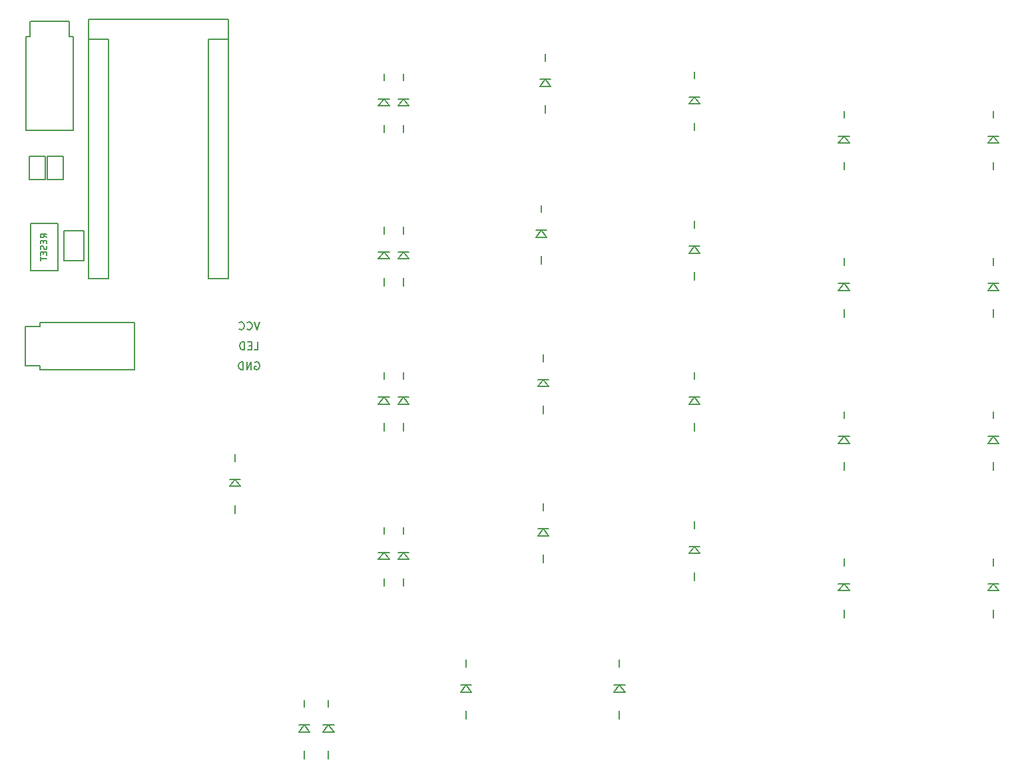
<source format=gbo>
G04 #@! TF.GenerationSoftware,KiCad,Pcbnew,(5.0.0-3-g5ebb6b6)*
G04 #@! TF.CreationDate,2018-08-17T18:08:10+09:00*
G04 #@! TF.ProjectId,Lily58,4C696C7935382E6B696361645F706362,rev?*
G04 #@! TF.SameCoordinates,Original*
G04 #@! TF.FileFunction,Legend,Bot*
G04 #@! TF.FilePolarity,Positive*
%FSLAX46Y46*%
G04 Gerber Fmt 4.6, Leading zero omitted, Abs format (unit mm)*
G04 Created by KiCad (PCBNEW (5.0.0-3-g5ebb6b6)) date *
%MOMM*%
%LPD*%
G01*
G04 APERTURE LIST*
%ADD10C,0.150000*%
G04 APERTURE END LIST*
D10*
G04 #@! TO.C,J2*
X85000000Y-81750000D02*
X85000000Y-81250000D01*
X85000000Y-75750000D02*
X97000000Y-75750000D01*
X97000000Y-75750000D02*
X97000000Y-81750000D01*
X97000000Y-81750000D02*
X85000000Y-81750000D01*
X85000000Y-81250000D02*
X83100000Y-81250000D01*
X83100000Y-81200000D02*
X83100000Y-76250000D01*
X85000000Y-75750000D02*
X85000000Y-76250000D01*
X85000000Y-76250000D02*
X83100000Y-76250000D01*
X88750000Y-39300000D02*
X88750000Y-37400000D01*
X89250000Y-39300000D02*
X88750000Y-39300000D01*
X83800000Y-37400000D02*
X88750000Y-37400000D01*
X83750000Y-39300000D02*
X83750000Y-37400000D01*
X83250000Y-51300000D02*
X83250000Y-39300000D01*
X89250000Y-51300000D02*
X83250000Y-51300000D01*
X89250000Y-39300000D02*
X89250000Y-51300000D01*
X83250000Y-39300000D02*
X83750000Y-39300000D01*
G04 #@! TO.C,U1*
X91210000Y-37120000D02*
X108990000Y-37120000D01*
X108990000Y-37120000D02*
X108990000Y-70140000D01*
X91210000Y-70140000D02*
X91210000Y-37120000D01*
X106450000Y-39660000D02*
X108990000Y-39660000D01*
X108990000Y-39660000D02*
X108990000Y-70140000D01*
X108990000Y-70140000D02*
X106450000Y-70140000D01*
X106450000Y-70140000D02*
X106450000Y-39660000D01*
X91210000Y-39660000D02*
X93750000Y-39660000D01*
X93750000Y-39660000D02*
X93750000Y-70140000D01*
X93750000Y-70140000D02*
X91210000Y-70140000D01*
X91210000Y-70140000D02*
X91210000Y-39660000D01*
G04 #@! TO.C,R1*
X85688035Y-54539272D02*
X85688035Y-57539272D01*
X85688035Y-57539272D02*
X83688035Y-57539272D01*
X83688035Y-57539272D02*
X83688035Y-54539272D01*
X83688035Y-54539272D02*
X85688035Y-54539272D01*
G04 #@! TO.C,D1*
X128750000Y-50550000D02*
X128750000Y-51550000D01*
X128750000Y-44950000D02*
X128750000Y-44050000D01*
X128750000Y-47250000D02*
X129450000Y-48150000D01*
X129450000Y-48150000D02*
X128050000Y-48150000D01*
X128050000Y-48150000D02*
X128750000Y-47250000D01*
X129450000Y-47250000D02*
X128050000Y-47250000D01*
G04 #@! TO.C,D2*
X131950000Y-47250000D02*
X130550000Y-47250000D01*
X130550000Y-48150000D02*
X131250000Y-47250000D01*
X131950000Y-48150000D02*
X130550000Y-48150000D01*
X131250000Y-47250000D02*
X131950000Y-48150000D01*
X131250000Y-44950000D02*
X131250000Y-44050000D01*
X131250000Y-50550000D02*
X131250000Y-51550000D01*
G04 #@! TO.C,D3*
X149250000Y-48050000D02*
X149250000Y-49050000D01*
X149250000Y-42450000D02*
X149250000Y-41550000D01*
X149250000Y-44750000D02*
X149950000Y-45650000D01*
X149950000Y-45650000D02*
X148550000Y-45650000D01*
X148550000Y-45650000D02*
X149250000Y-44750000D01*
X149950000Y-44750000D02*
X148550000Y-44750000D01*
G04 #@! TO.C,D4*
X168950000Y-47000000D02*
X167550000Y-47000000D01*
X167550000Y-47900000D02*
X168250000Y-47000000D01*
X168950000Y-47900000D02*
X167550000Y-47900000D01*
X168250000Y-47000000D02*
X168950000Y-47900000D01*
X168250000Y-44700000D02*
X168250000Y-43800000D01*
X168250000Y-50300000D02*
X168250000Y-51300000D01*
G04 #@! TO.C,D5*
X187250000Y-55300000D02*
X187250000Y-56300000D01*
X187250000Y-49700000D02*
X187250000Y-48800000D01*
X187250000Y-52000000D02*
X187950000Y-52900000D01*
X187950000Y-52900000D02*
X186550000Y-52900000D01*
X186550000Y-52900000D02*
X187250000Y-52000000D01*
X187950000Y-52000000D02*
X186550000Y-52000000D01*
G04 #@! TO.C,D6*
X206950000Y-52000000D02*
X205550000Y-52000000D01*
X205550000Y-52900000D02*
X206250000Y-52000000D01*
X206950000Y-52900000D02*
X205550000Y-52900000D01*
X206250000Y-52000000D02*
X206950000Y-52900000D01*
X206250000Y-49700000D02*
X206250000Y-48800000D01*
X206250000Y-55300000D02*
X206250000Y-56300000D01*
G04 #@! TO.C,D7*
X129450000Y-66750000D02*
X128050000Y-66750000D01*
X128050000Y-67650000D02*
X128750000Y-66750000D01*
X129450000Y-67650000D02*
X128050000Y-67650000D01*
X128750000Y-66750000D02*
X129450000Y-67650000D01*
X128750000Y-64450000D02*
X128750000Y-63550000D01*
X128750000Y-70050000D02*
X128750000Y-71050000D01*
G04 #@! TO.C,D8*
X131250000Y-70050000D02*
X131250000Y-71050000D01*
X131250000Y-64450000D02*
X131250000Y-63550000D01*
X131250000Y-66750000D02*
X131950000Y-67650000D01*
X131950000Y-67650000D02*
X130550000Y-67650000D01*
X130550000Y-67650000D02*
X131250000Y-66750000D01*
X131950000Y-66750000D02*
X130550000Y-66750000D01*
G04 #@! TO.C,D9*
X149450000Y-64000000D02*
X148050000Y-64000000D01*
X148050000Y-64900000D02*
X148750000Y-64000000D01*
X149450000Y-64900000D02*
X148050000Y-64900000D01*
X148750000Y-64000000D02*
X149450000Y-64900000D01*
X148750000Y-61700000D02*
X148750000Y-60800000D01*
X148750000Y-67300000D02*
X148750000Y-68300000D01*
G04 #@! TO.C,D10*
X168250000Y-69300000D02*
X168250000Y-70300000D01*
X168250000Y-63700000D02*
X168250000Y-62800000D01*
X168250000Y-66000000D02*
X168950000Y-66900000D01*
X168950000Y-66900000D02*
X167550000Y-66900000D01*
X167550000Y-66900000D02*
X168250000Y-66000000D01*
X168950000Y-66000000D02*
X167550000Y-66000000D01*
G04 #@! TO.C,D11*
X187950000Y-70750000D02*
X186550000Y-70750000D01*
X186550000Y-71650000D02*
X187250000Y-70750000D01*
X187950000Y-71650000D02*
X186550000Y-71650000D01*
X187250000Y-70750000D02*
X187950000Y-71650000D01*
X187250000Y-68450000D02*
X187250000Y-67550000D01*
X187250000Y-74050000D02*
X187250000Y-75050000D01*
G04 #@! TO.C,D12*
X206950000Y-70750000D02*
X205550000Y-70750000D01*
X205550000Y-71650000D02*
X206250000Y-70750000D01*
X206950000Y-71650000D02*
X205550000Y-71650000D01*
X206250000Y-70750000D02*
X206950000Y-71650000D01*
X206250000Y-68450000D02*
X206250000Y-67550000D01*
X206250000Y-74050000D02*
X206250000Y-75050000D01*
G04 #@! TO.C,D13*
X128750000Y-88550000D02*
X128750000Y-89550000D01*
X128750000Y-82950000D02*
X128750000Y-82050000D01*
X128750000Y-85250000D02*
X129450000Y-86150000D01*
X129450000Y-86150000D02*
X128050000Y-86150000D01*
X128050000Y-86150000D02*
X128750000Y-85250000D01*
X129450000Y-85250000D02*
X128050000Y-85250000D01*
G04 #@! TO.C,D14*
X131950000Y-85250000D02*
X130550000Y-85250000D01*
X130550000Y-86150000D02*
X131250000Y-85250000D01*
X131950000Y-86150000D02*
X130550000Y-86150000D01*
X131250000Y-85250000D02*
X131950000Y-86150000D01*
X131250000Y-82950000D02*
X131250000Y-82050000D01*
X131250000Y-88550000D02*
X131250000Y-89550000D01*
G04 #@! TO.C,D15*
X149000000Y-86300000D02*
X149000000Y-87300000D01*
X149000000Y-80700000D02*
X149000000Y-79800000D01*
X149000000Y-83000000D02*
X149700000Y-83900000D01*
X149700000Y-83900000D02*
X148300000Y-83900000D01*
X148300000Y-83900000D02*
X149000000Y-83000000D01*
X149700000Y-83000000D02*
X148300000Y-83000000D01*
G04 #@! TO.C,D16*
X168950000Y-85250000D02*
X167550000Y-85250000D01*
X167550000Y-86150000D02*
X168250000Y-85250000D01*
X168950000Y-86150000D02*
X167550000Y-86150000D01*
X168250000Y-85250000D02*
X168950000Y-86150000D01*
X168250000Y-82950000D02*
X168250000Y-82050000D01*
X168250000Y-88550000D02*
X168250000Y-89550000D01*
G04 #@! TO.C,D17*
X187250000Y-93550000D02*
X187250000Y-94550000D01*
X187250000Y-87950000D02*
X187250000Y-87050000D01*
X187250000Y-90250000D02*
X187950000Y-91150000D01*
X187950000Y-91150000D02*
X186550000Y-91150000D01*
X186550000Y-91150000D02*
X187250000Y-90250000D01*
X187950000Y-90250000D02*
X186550000Y-90250000D01*
G04 #@! TO.C,D18*
X206950000Y-90250000D02*
X205550000Y-90250000D01*
X205550000Y-91150000D02*
X206250000Y-90250000D01*
X206950000Y-91150000D02*
X205550000Y-91150000D01*
X206250000Y-90250000D02*
X206950000Y-91150000D01*
X206250000Y-87950000D02*
X206250000Y-87050000D01*
X206250000Y-93550000D02*
X206250000Y-94550000D01*
G04 #@! TO.C,D19*
X129450000Y-105000000D02*
X128050000Y-105000000D01*
X128050000Y-105900000D02*
X128750000Y-105000000D01*
X129450000Y-105900000D02*
X128050000Y-105900000D01*
X128750000Y-105000000D02*
X129450000Y-105900000D01*
X128750000Y-102700000D02*
X128750000Y-101800000D01*
X128750000Y-108300000D02*
X128750000Y-109300000D01*
G04 #@! TO.C,D20*
X131250000Y-108300000D02*
X131250000Y-109300000D01*
X131250000Y-102700000D02*
X131250000Y-101800000D01*
X131250000Y-105000000D02*
X131950000Y-105900000D01*
X131950000Y-105900000D02*
X130550000Y-105900000D01*
X130550000Y-105900000D02*
X131250000Y-105000000D01*
X131950000Y-105000000D02*
X130550000Y-105000000D01*
G04 #@! TO.C,D21*
X149700000Y-102000000D02*
X148300000Y-102000000D01*
X148300000Y-102900000D02*
X149000000Y-102000000D01*
X149700000Y-102900000D02*
X148300000Y-102900000D01*
X149000000Y-102000000D02*
X149700000Y-102900000D01*
X149000000Y-99700000D02*
X149000000Y-98800000D01*
X149000000Y-105300000D02*
X149000000Y-106300000D01*
G04 #@! TO.C,D22*
X168250000Y-107550000D02*
X168250000Y-108550000D01*
X168250000Y-101950000D02*
X168250000Y-101050000D01*
X168250000Y-104250000D02*
X168950000Y-105150000D01*
X168950000Y-105150000D02*
X167550000Y-105150000D01*
X167550000Y-105150000D02*
X168250000Y-104250000D01*
X168950000Y-104250000D02*
X167550000Y-104250000D01*
G04 #@! TO.C,D23*
X187950000Y-109000000D02*
X186550000Y-109000000D01*
X186550000Y-109900000D02*
X187250000Y-109000000D01*
X187950000Y-109900000D02*
X186550000Y-109900000D01*
X187250000Y-109000000D02*
X187950000Y-109900000D01*
X187250000Y-106700000D02*
X187250000Y-105800000D01*
X187250000Y-112300000D02*
X187250000Y-113300000D01*
G04 #@! TO.C,D24*
X206250000Y-112300000D02*
X206250000Y-113300000D01*
X206250000Y-106700000D02*
X206250000Y-105800000D01*
X206250000Y-109000000D02*
X206950000Y-109900000D01*
X206950000Y-109900000D02*
X205550000Y-109900000D01*
X205550000Y-109900000D02*
X206250000Y-109000000D01*
X206950000Y-109000000D02*
X205550000Y-109000000D01*
G04 #@! TO.C,D25*
X109800000Y-99000000D02*
X109800000Y-100000000D01*
X109800000Y-93400000D02*
X109800000Y-92500000D01*
X109800000Y-95700000D02*
X110500000Y-96600000D01*
X110500000Y-96600000D02*
X109100000Y-96600000D01*
X109100000Y-96600000D02*
X109800000Y-95700000D01*
X110500000Y-95700000D02*
X109100000Y-95700000D01*
G04 #@! TO.C,D26*
X119300000Y-127000000D02*
X117900000Y-127000000D01*
X117900000Y-127900000D02*
X118600000Y-127000000D01*
X119300000Y-127900000D02*
X117900000Y-127900000D01*
X118600000Y-127000000D02*
X119300000Y-127900000D01*
X118600000Y-124700000D02*
X118600000Y-123800000D01*
X118600000Y-130300000D02*
X118600000Y-131300000D01*
G04 #@! TO.C,D27*
X121700000Y-130300000D02*
X121700000Y-131300000D01*
X121700000Y-124700000D02*
X121700000Y-123800000D01*
X121700000Y-127000000D02*
X122400000Y-127900000D01*
X122400000Y-127900000D02*
X121000000Y-127900000D01*
X121000000Y-127900000D02*
X121700000Y-127000000D01*
X122400000Y-127000000D02*
X121000000Y-127000000D01*
G04 #@! TO.C,D28*
X139900000Y-121900000D02*
X138500000Y-121900000D01*
X138500000Y-122800000D02*
X139200000Y-121900000D01*
X139900000Y-122800000D02*
X138500000Y-122800000D01*
X139200000Y-121900000D02*
X139900000Y-122800000D01*
X139200000Y-119600000D02*
X139200000Y-118700000D01*
X139200000Y-125200000D02*
X139200000Y-126200000D01*
G04 #@! TO.C,D29*
X158700000Y-125200000D02*
X158700000Y-126200000D01*
X158700000Y-119600000D02*
X158700000Y-118700000D01*
X158700000Y-121900000D02*
X159400000Y-122800000D01*
X159400000Y-122800000D02*
X158000000Y-122800000D01*
X158000000Y-122800000D02*
X158700000Y-121900000D01*
X159400000Y-121900000D02*
X158000000Y-121900000D01*
G04 #@! TO.C,R2*
X85938035Y-54539272D02*
X87938035Y-54539272D01*
X85938035Y-57539272D02*
X85938035Y-54539272D01*
X87938035Y-57539272D02*
X85938035Y-57539272D01*
X87938035Y-54539272D02*
X87938035Y-57539272D01*
G04 #@! TO.C,RSW1*
X87300000Y-63100000D02*
X87300000Y-69000000D01*
X87300000Y-63100000D02*
X87300000Y-69100000D01*
X87300000Y-69100000D02*
X83800000Y-69100000D01*
X83800000Y-69100000D02*
X83800000Y-63100000D01*
X83800000Y-63100000D02*
X87300000Y-63100000D01*
G04 #@! TO.C,W1*
X88030000Y-64095000D02*
X90570000Y-64095000D01*
X90570000Y-64095000D02*
X90570000Y-67905000D01*
X90570000Y-67905000D02*
X88030000Y-67905000D01*
X88030000Y-67905000D02*
X88030000Y-64095000D01*
G04 #@! TO.C,J1*
X112923333Y-75652380D02*
X112590000Y-76652380D01*
X112256666Y-75652380D01*
X111351904Y-76557142D02*
X111399523Y-76604761D01*
X111542380Y-76652380D01*
X111637619Y-76652380D01*
X111780476Y-76604761D01*
X111875714Y-76509523D01*
X111923333Y-76414285D01*
X111970952Y-76223809D01*
X111970952Y-76080952D01*
X111923333Y-75890476D01*
X111875714Y-75795238D01*
X111780476Y-75700000D01*
X111637619Y-75652380D01*
X111542380Y-75652380D01*
X111399523Y-75700000D01*
X111351904Y-75747619D01*
X110351904Y-76557142D02*
X110399523Y-76604761D01*
X110542380Y-76652380D01*
X110637619Y-76652380D01*
X110780476Y-76604761D01*
X110875714Y-76509523D01*
X110923333Y-76414285D01*
X110970952Y-76223809D01*
X110970952Y-76080952D01*
X110923333Y-75890476D01*
X110875714Y-75795238D01*
X110780476Y-75700000D01*
X110637619Y-75652380D01*
X110542380Y-75652380D01*
X110399523Y-75700000D01*
X110351904Y-75747619D01*
X112232857Y-79192380D02*
X112709047Y-79192380D01*
X112709047Y-78192380D01*
X111899523Y-78668571D02*
X111566190Y-78668571D01*
X111423333Y-79192380D02*
X111899523Y-79192380D01*
X111899523Y-78192380D01*
X111423333Y-78192380D01*
X110994761Y-79192380D02*
X110994761Y-78192380D01*
X110756666Y-78192380D01*
X110613809Y-78240000D01*
X110518571Y-78335238D01*
X110470952Y-78430476D01*
X110423333Y-78620952D01*
X110423333Y-78763809D01*
X110470952Y-78954285D01*
X110518571Y-79049523D01*
X110613809Y-79144761D01*
X110756666Y-79192380D01*
X110994761Y-79192380D01*
X112351904Y-80780000D02*
X112447142Y-80732380D01*
X112590000Y-80732380D01*
X112732857Y-80780000D01*
X112828095Y-80875238D01*
X112875714Y-80970476D01*
X112923333Y-81160952D01*
X112923333Y-81303809D01*
X112875714Y-81494285D01*
X112828095Y-81589523D01*
X112732857Y-81684761D01*
X112590000Y-81732380D01*
X112494761Y-81732380D01*
X112351904Y-81684761D01*
X112304285Y-81637142D01*
X112304285Y-81303809D01*
X112494761Y-81303809D01*
X111875714Y-81732380D02*
X111875714Y-80732380D01*
X111304285Y-81732380D01*
X111304285Y-80732380D01*
X110828095Y-81732380D02*
X110828095Y-80732380D01*
X110590000Y-80732380D01*
X110447142Y-80780000D01*
X110351904Y-80875238D01*
X110304285Y-80970476D01*
X110256666Y-81160952D01*
X110256666Y-81303809D01*
X110304285Y-81494285D01*
X110351904Y-81589523D01*
X110447142Y-81684761D01*
X110590000Y-81732380D01*
X110828095Y-81732380D01*
G04 #@! TO.C,RSW1*
X85861904Y-64938095D02*
X85480952Y-64671428D01*
X85861904Y-64480952D02*
X85061904Y-64480952D01*
X85061904Y-64785714D01*
X85100000Y-64861904D01*
X85138095Y-64900000D01*
X85214285Y-64938095D01*
X85328571Y-64938095D01*
X85404761Y-64900000D01*
X85442857Y-64861904D01*
X85480952Y-64785714D01*
X85480952Y-64480952D01*
X85442857Y-65280952D02*
X85442857Y-65547619D01*
X85861904Y-65661904D02*
X85861904Y-65280952D01*
X85061904Y-65280952D01*
X85061904Y-65661904D01*
X85823809Y-65966666D02*
X85861904Y-66080952D01*
X85861904Y-66271428D01*
X85823809Y-66347619D01*
X85785714Y-66385714D01*
X85709523Y-66423809D01*
X85633333Y-66423809D01*
X85557142Y-66385714D01*
X85519047Y-66347619D01*
X85480952Y-66271428D01*
X85442857Y-66119047D01*
X85404761Y-66042857D01*
X85366666Y-66004761D01*
X85290476Y-65966666D01*
X85214285Y-65966666D01*
X85138095Y-66004761D01*
X85100000Y-66042857D01*
X85061904Y-66119047D01*
X85061904Y-66309523D01*
X85100000Y-66423809D01*
X85442857Y-66766666D02*
X85442857Y-67033333D01*
X85861904Y-67147619D02*
X85861904Y-66766666D01*
X85061904Y-66766666D01*
X85061904Y-67147619D01*
X85061904Y-67376190D02*
X85061904Y-67833333D01*
X85861904Y-67604761D02*
X85061904Y-67604761D01*
G04 #@! TD*
M02*

</source>
